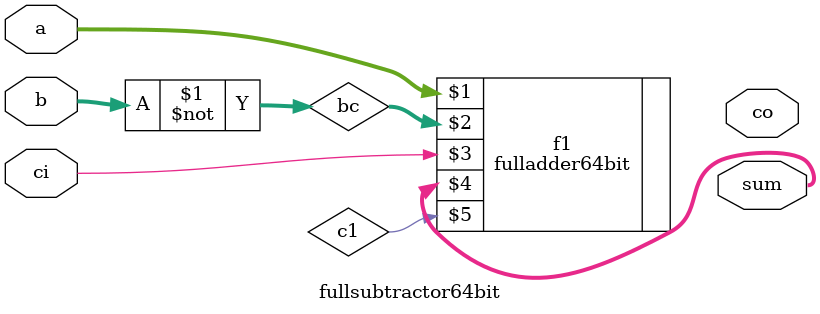
<source format=v>
`include "fulladder64bit.v"

module fullsubtractor64bit(a,b,ci,sum,co);

input [63:0] a,b;
input ci;
output [63  :0] sum;
output co;

wire c1;
wire[63:0] bc;
assign bc=~b;
fulladder64bit f1(a[63:0],bc[63:0],ci,sum[63:0],c1);


endmodule

</source>
